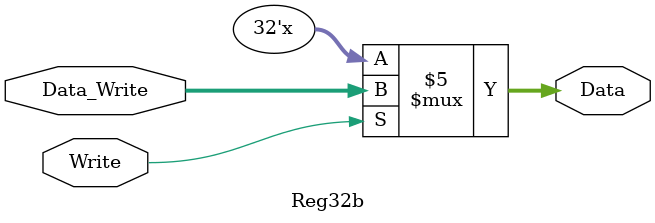
<source format=v>
/*
	K Rahul Reddy	17CO119
	Sushruth V	17CO148
	25 October 2018

*/

module Reg32b (input [31:0] Data_Write , input Write, output reg [31:0] Data);
    
    initial begin
        Data <= 32'b00000000000000000000000000000000;
    end

    always @ (Write or Data_Write) begin
        if (Write == 1'b1)
            Data <= Data_Write;
        else
            Data <= Data;
    end
endmodule
</source>
